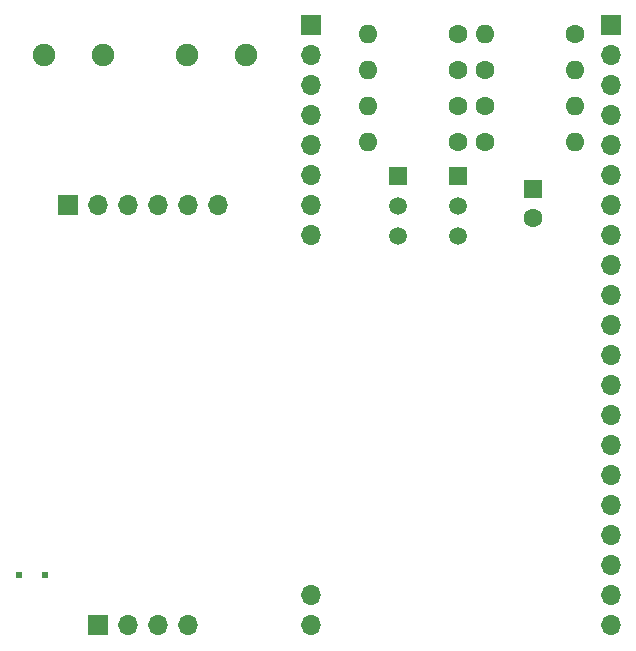
<source format=gbr>
G04 #@! TF.GenerationSoftware,KiCad,Pcbnew,6.0.9+dfsg-1*
G04 #@! TF.CreationDate,2023-03-25T11:37:51-04:00*
G04 #@! TF.ProjectId,fox,666f782e-6b69-4636-9164-5f7063625858,v3.1*
G04 #@! TF.SameCoordinates,Original*
G04 #@! TF.FileFunction,Soldermask,Top*
G04 #@! TF.FilePolarity,Negative*
%FSLAX46Y46*%
G04 Gerber Fmt 4.6, Leading zero omitted, Abs format (unit mm)*
G04 Created by KiCad (PCBNEW 6.0.9+dfsg-1) date 2023-03-25 11:37:51*
%MOMM*%
%LPD*%
G01*
G04 APERTURE LIST*
%ADD10C,1.600000*%
%ADD11O,1.600000X1.600000*%
%ADD12C,1.905000*%
%ADD13R,1.600000X1.600000*%
%ADD14O,1.700000X1.700000*%
%ADD15R,1.700000X1.700000*%
%ADD16R,1.500000X1.500000*%
%ADD17C,1.500000*%
%ADD18C,0.610000*%
G04 APERTURE END LIST*
D10*
G04 #@! TO.C,R2*
X153162000Y-69850000D03*
D11*
X145542000Y-69850000D03*
G04 #@! TD*
D10*
G04 #@! TO.C,R3*
X143256000Y-72898000D03*
D11*
X135636000Y-72898000D03*
G04 #@! TD*
D10*
G04 #@! TO.C,R4*
X145542000Y-72898000D03*
D11*
X153162000Y-72898000D03*
G04 #@! TD*
D10*
G04 #@! TO.C,R5*
X143256000Y-75946000D03*
D11*
X135636000Y-75946000D03*
G04 #@! TD*
D10*
G04 #@! TO.C,R7*
X143256000Y-78994000D03*
D11*
X135636000Y-78994000D03*
G04 #@! TD*
D10*
G04 #@! TO.C,R8*
X145542000Y-78994000D03*
D11*
X153162000Y-78994000D03*
G04 #@! TD*
D10*
G04 #@! TO.C,R1*
X143256000Y-69850000D03*
D11*
X135636000Y-69850000D03*
G04 #@! TD*
D10*
G04 #@! TO.C,R6*
X145542000Y-75946000D03*
D11*
X153162000Y-75946000D03*
G04 #@! TD*
D12*
G04 #@! TO.C,J2*
X125349000Y-71628000D03*
X120349000Y-71628000D03*
G04 #@! TD*
D13*
G04 #@! TO.C,C1*
X149606000Y-82945088D03*
D10*
X149606000Y-85445088D03*
G04 #@! TD*
D14*
G04 #@! TO.C,Conn3*
X130835000Y-117368000D03*
X130835000Y-119908000D03*
G04 #@! TD*
D15*
G04 #@! TO.C,Conn1*
X130810000Y-69088000D03*
D14*
X130810000Y-71628000D03*
X130810000Y-74168000D03*
X130810000Y-76708000D03*
X130810000Y-79248000D03*
X130810000Y-81788000D03*
X130810000Y-84328000D03*
X130810000Y-86868000D03*
G04 #@! TD*
D16*
G04 #@! TO.C,Q1*
X138176000Y-81864200D03*
D17*
X138176000Y-84404200D03*
X138176000Y-86944200D03*
G04 #@! TD*
D16*
G04 #@! TO.C,Q2*
X143256000Y-81864200D03*
D17*
X143256000Y-84404200D03*
X143256000Y-86944200D03*
G04 #@! TD*
D12*
G04 #@! TO.C,J1*
X113247800Y-71628000D03*
X108247800Y-71628000D03*
G04 #@! TD*
D15*
G04 #@! TO.C,Conn2*
X156210000Y-69088000D03*
D14*
X156210000Y-71628000D03*
X156210000Y-74168000D03*
X156210000Y-76708000D03*
X156210000Y-79248000D03*
X156210000Y-81788000D03*
X156210000Y-84328000D03*
X156210000Y-86868000D03*
X156210000Y-89408000D03*
X156210000Y-91948000D03*
X156210000Y-94488000D03*
X156210000Y-97028000D03*
X156210000Y-99568000D03*
X156210000Y-102108000D03*
X156210000Y-104648000D03*
X156210000Y-107188000D03*
X156210000Y-109728000D03*
X156210000Y-112268000D03*
X156210000Y-114808000D03*
X156210000Y-117348000D03*
X156210000Y-119888000D03*
G04 #@! TD*
G04 #@! TO.C,RTC1*
X120406000Y-119888000D03*
X117866000Y-119888000D03*
D15*
X112786000Y-119888000D03*
D14*
X115326000Y-119888000D03*
D15*
X110236000Y-84328000D03*
D14*
X112776000Y-84328000D03*
X115316000Y-84328000D03*
X117856000Y-84328000D03*
X120396000Y-84328000D03*
X122936000Y-84328000D03*
G04 #@! TD*
D18*
G04 #@! TO.C,FL1*
X106083000Y-115671000D03*
X108293000Y-115671000D03*
G04 #@! TD*
M02*

</source>
